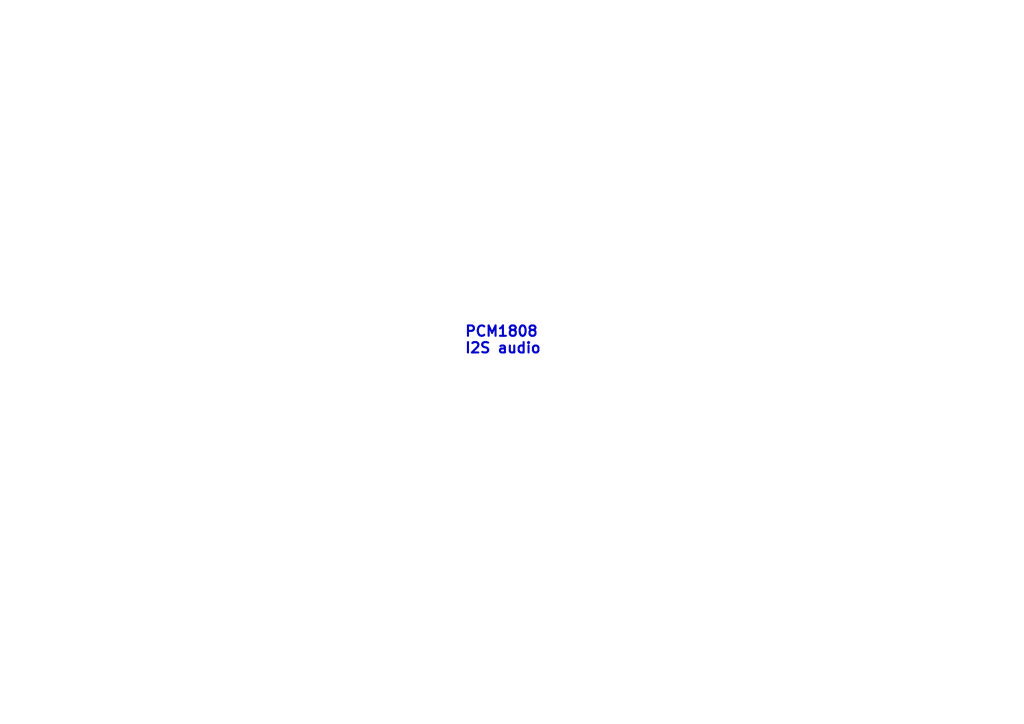
<source format=kicad_sch>
(kicad_sch (version 20230121) (generator eeschema)
  (paper "A4")
  (lib_symbols)
  (text "PCM1808\nI2S audio" (at 134.62 102.87 0) (effects (font (size 3 3) (thickness 0.6) bold) (justify left bottom)))
)
</source>
